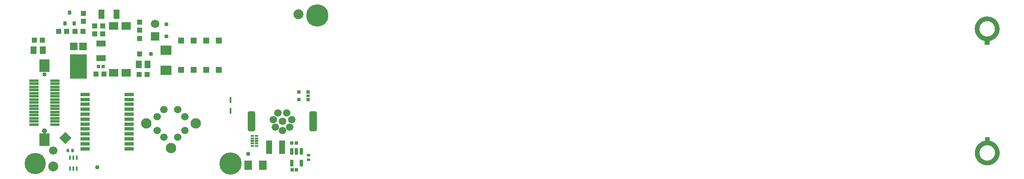
<source format=gbs>
G04*
G04 #@! TF.GenerationSoftware,Altium Limited,Altium Designer,23.3.1 (30)*
G04*
G04 Layer_Color=16711935*
%FSLAX44Y44*%
%MOMM*%
G71*
G04*
G04 #@! TF.SameCoordinates,D194EA9E-320C-42BA-852E-FFA0FE6248A8*
G04*
G04*
G04 #@! TF.FilePolarity,Negative*
G04*
G01*
G75*
%ADD41C,0.8516*%
%ADD46R,0.5516X0.6516*%
%ADD49R,1.1016X1.0016*%
%ADD52R,1.0016X1.1016*%
%ADD53R,1.1516X1.5016*%
%ADD54R,1.9016X1.2516*%
%ADD58C,2.0000*%
%ADD64R,0.7216X0.7216*%
%ADD65R,0.6516X0.5516*%
G04:AMPARAMS|DCode=68|XSize=4.1mm|YSize=1.6mm|CornerRadius=0.425mm|HoleSize=0mm|Usage=FLASHONLY|Rotation=270.000|XOffset=0mm|YOffset=0mm|HoleType=Round|Shape=RoundedRectangle|*
%AMROUNDEDRECTD68*
21,1,4.1000,0.7500,0,0,270.0*
21,1,3.2500,1.6000,0,0,270.0*
1,1,0.8500,-0.3750,-1.6250*
1,1,0.8500,-0.3750,1.6250*
1,1,0.8500,0.3750,1.6250*
1,1,0.8500,0.3750,-1.6250*
%
%ADD68ROUNDEDRECTD68*%
%ADD69C,1.5000*%
%ADD70C,0.8524*%
%ADD71C,1.0524*%
%ADD72P,2.4042X4X270.0*%
%ADD73C,1.7000*%
%ADD74C,2.1000*%
%ADD75C,4.5032*%
%ADD76C,4.3016*%
%ADD77R,1.7000X1.7000*%
%ADD115R,0.4064X1.1684*%
%ADD125R,1.2000X2.7000*%
%ADD135R,0.7520X0.7520*%
%ADD136R,0.7520X0.5520*%
%ADD137R,2.1524X2.6524*%
%ADD138R,1.9524X0.5024*%
%ADD139R,0.6500X0.4000*%
%ADD140R,0.6500X0.5000*%
%ADD141R,0.4516X0.9516*%
%ADD142R,1.5016X1.8516*%
G04:AMPARAMS|DCode=143|XSize=0.6516mm|YSize=0.9016mm|CornerRadius=0.1003mm|HoleSize=0mm|Usage=FLASHONLY|Rotation=0.000|XOffset=0mm|YOffset=0mm|HoleType=Round|Shape=RoundedRectangle|*
%AMROUNDEDRECTD143*
21,1,0.6516,0.7010,0,0,0.0*
21,1,0.4510,0.9016,0,0,0.0*
1,1,0.2006,0.2255,-0.3505*
1,1,0.2006,-0.2255,-0.3505*
1,1,0.2006,-0.2255,0.3505*
1,1,0.2006,0.2255,0.3505*
%
%ADD143ROUNDEDRECTD143*%
%ADD144R,1.2516X1.9016*%
G04:AMPARAMS|DCode=145|XSize=1.3416mm|YSize=0.6516mm|CornerRadius=0.0893mm|HoleSize=0mm|Usage=FLASHONLY|Rotation=270.000|XOffset=0mm|YOffset=0mm|HoleType=Round|Shape=RoundedRectangle|*
%AMROUNDEDRECTD145*
21,1,1.3416,0.4730,0,0,270.0*
21,1,1.1630,0.6516,0,0,270.0*
1,1,0.1786,-0.2365,-0.5815*
1,1,0.1786,-0.2365,0.5815*
1,1,0.1786,0.2365,0.5815*
1,1,0.1786,0.2365,-0.5815*
%
%ADD145ROUNDEDRECTD145*%
%ADD146R,1.9816X0.7416*%
%ADD147R,1.3016X1.3016*%
%ADD148R,1.8816X1.6216*%
%ADD149R,1.4916X1.5016*%
%ADD150R,3.4616X4.9616*%
%ADD151R,1.0516X1.0016*%
%ADD152R,1.2516X1.5516*%
%ADD153R,2.2606X1.8796*%
G36*
X1898430Y19542D02*
Y18773D01*
X1898540D01*
Y17565D01*
X1898649D01*
Y17236D01*
X1898759D01*
Y16357D01*
X1898869D01*
Y16028D01*
X1898979D01*
Y15589D01*
X1899089D01*
Y15040D01*
X1899198D01*
Y14820D01*
X1899308D01*
Y14271D01*
X1899418D01*
Y14051D01*
X1899528D01*
Y13612D01*
X1899638D01*
Y13393D01*
X1899747D01*
Y13063D01*
X1899857D01*
Y12734D01*
X1899967D01*
Y12514D01*
X1900077D01*
Y12185D01*
X1900187D01*
Y11965D01*
X1900297D01*
Y11745D01*
X1900406D01*
Y11416D01*
X1900516D01*
Y11196D01*
X1900626D01*
Y10867D01*
X1900736D01*
Y10757D01*
X1900846D01*
Y10538D01*
X1900956D01*
Y10318D01*
X1901065D01*
Y10098D01*
X1901175D01*
Y9769D01*
X1901285D01*
Y9659D01*
X1901395D01*
Y9439D01*
X1901505D01*
Y9220D01*
X1901614D01*
Y9110D01*
X1901724D01*
Y8890D01*
X1901834D01*
Y8671D01*
X1901944D01*
Y8451D01*
X1902054D01*
Y8341D01*
X1902163D01*
Y8122D01*
X1902273D01*
Y8012D01*
X1902383D01*
Y7902D01*
X1902493D01*
Y7682D01*
X1902603D01*
Y7463D01*
X1902712D01*
Y7353D01*
X1902822D01*
Y7243D01*
X1902932D01*
Y7024D01*
X1903042D01*
Y6914D01*
X1903152D01*
Y6804D01*
X1903261D01*
Y6584D01*
X1903371D01*
Y6475D01*
X1903481D01*
Y6255D01*
X1903591D01*
Y6145D01*
X1903701D01*
Y6035D01*
X1903810D01*
Y5926D01*
X1903920D01*
Y5816D01*
X1904030D01*
Y5596D01*
X1904140D01*
Y5486D01*
X1904250D01*
Y5376D01*
X1904359D01*
Y5267D01*
X1904469D01*
Y5157D01*
X1904579D01*
Y4937D01*
X1904689D01*
Y4827D01*
X1904799D01*
Y4718D01*
X1904909D01*
Y4608D01*
X1905018D01*
Y4498D01*
X1905128D01*
Y4388D01*
X1905238D01*
Y4278D01*
X1905348D01*
Y4169D01*
X1905458D01*
Y4059D01*
X1905567D01*
Y3949D01*
X1905677D01*
Y3839D01*
X1905787D01*
Y3729D01*
X1905897D01*
Y3620D01*
X1906007D01*
Y3510D01*
X1906116D01*
Y3400D01*
X1906226D01*
Y3290D01*
X1906336D01*
Y3180D01*
X1906446D01*
Y3070D01*
X1906556D01*
Y2961D01*
X1906665D01*
Y2851D01*
X1906775D01*
Y2741D01*
X1906995D01*
Y2631D01*
X1907105D01*
Y2521D01*
X1907215D01*
Y2412D01*
X1907324D01*
Y2302D01*
X1907434D01*
Y2192D01*
X1907654D01*
Y2082D01*
X1907764D01*
Y1972D01*
X1907873D01*
Y1863D01*
X1907983D01*
Y1753D01*
X1908203D01*
Y1643D01*
X1908313D01*
Y1533D01*
X1908422D01*
Y1423D01*
X1908642D01*
Y1314D01*
X1908752D01*
Y1204D01*
X1908972D01*
Y1094D01*
X1909081D01*
Y984D01*
X1909191D01*
Y874D01*
X1909411D01*
Y765D01*
X1909521D01*
Y655D01*
X1909740D01*
Y545D01*
X1909960D01*
Y435D01*
X1910070D01*
Y325D01*
X1910289D01*
Y215D01*
X1910399D01*
Y106D01*
X1910728D01*
Y-4D01*
X1910838D01*
Y-114D01*
X1911058D01*
Y-224D01*
X1911277D01*
Y-333D01*
X1911387D01*
Y-443D01*
X1911607D01*
Y-553D01*
X1911826D01*
Y-663D01*
X1912046D01*
Y-773D01*
X1912266D01*
Y-883D01*
X1912485D01*
Y-992D01*
X1912815D01*
Y-1102D01*
X1912925D01*
Y-1212D01*
X1913254D01*
Y-1322D01*
X1913474D01*
Y-1432D01*
X1913693D01*
Y-1541D01*
X1914023D01*
Y-1651D01*
X1914242D01*
Y-1761D01*
X1914572D01*
Y-1871D01*
X1914791D01*
Y-1981D01*
X1915231D01*
Y-2090D01*
X1915560D01*
Y-2200D01*
X1915780D01*
Y-2310D01*
X1916219D01*
Y-2420D01*
X1916548D01*
Y-2530D01*
X1917097D01*
Y-2639D01*
X1917427D01*
Y-2749D01*
X1917866D01*
Y-2859D01*
X1918415D01*
Y-2969D01*
X1918854D01*
Y-3079D01*
X1919843D01*
Y-3189D01*
X1920392D01*
Y-3298D01*
X1921929D01*
Y-3408D01*
X1924784D01*
Y-3298D01*
X1926321D01*
Y-3189D01*
X1926870D01*
Y-3079D01*
X1927859D01*
Y-2969D01*
X1928298D01*
Y-2859D01*
X1928847D01*
Y-2749D01*
X1929396D01*
Y-2639D01*
X1929725D01*
Y-2530D01*
X1930274D01*
Y-2420D01*
X1930494D01*
Y-2310D01*
X1931043D01*
Y-2200D01*
X1931263D01*
Y-2090D01*
X1931482D01*
Y-1981D01*
X1931922D01*
Y-1871D01*
X1932141D01*
Y-1761D01*
X1932580D01*
Y-1651D01*
X1932690D01*
Y-1541D01*
X1933020D01*
Y-1432D01*
X1933349D01*
Y-1322D01*
X1933459D01*
Y-1212D01*
X1933788D01*
Y-1102D01*
X1934008D01*
Y-992D01*
X1934337D01*
Y-883D01*
X1934447D01*
Y-773D01*
X1934667D01*
Y-663D01*
X1934996D01*
Y-553D01*
X1935106D01*
Y-443D01*
X1935435D01*
Y-333D01*
X1935545D01*
Y-224D01*
X1935765D01*
Y-114D01*
X1935984D01*
Y-4D01*
X1936094D01*
Y106D01*
X1936314D01*
Y215D01*
X1936424D01*
Y325D01*
X1936643D01*
Y435D01*
X1936863D01*
Y545D01*
X1936973D01*
Y655D01*
X1937192D01*
Y765D01*
X1937302D01*
Y874D01*
X1937522D01*
Y984D01*
X1937632D01*
Y1094D01*
X1937851D01*
Y1204D01*
X1937961D01*
Y1314D01*
X1938071D01*
Y1423D01*
X1938290D01*
Y1533D01*
X1938400D01*
Y1643D01*
X1938620D01*
Y1753D01*
X1938730D01*
Y1863D01*
X1938839D01*
Y1972D01*
X1939059D01*
Y2192D01*
X1939279D01*
Y2302D01*
X1939388D01*
Y2412D01*
X1939498D01*
Y2521D01*
X1939718D01*
Y2631D01*
X1939828D01*
Y2741D01*
X1939937D01*
Y2851D01*
X1940047D01*
Y2961D01*
X1940157D01*
Y3070D01*
X1940267D01*
Y3180D01*
X1940377D01*
Y3290D01*
X1940596D01*
Y3510D01*
X1940816D01*
Y3620D01*
X1940926D01*
Y3729D01*
X1941036D01*
Y3839D01*
X1941145D01*
Y3949D01*
X1941255D01*
Y4059D01*
X1941365D01*
Y4278D01*
X1941585D01*
Y4498D01*
X1941694D01*
Y4608D01*
X1941804D01*
Y4718D01*
X1941914D01*
Y4827D01*
X1942024D01*
Y4937D01*
X1942134D01*
Y5047D01*
X1942243D01*
Y5157D01*
X1942353D01*
Y5267D01*
X1942463D01*
Y5486D01*
X1942573D01*
Y5596D01*
X1942683D01*
Y5706D01*
X1942793D01*
Y5816D01*
X1942902D01*
Y5926D01*
X1943012D01*
Y6145D01*
X1943122D01*
Y6255D01*
X1943232D01*
Y6365D01*
X1943342D01*
Y6475D01*
X1943451D01*
Y6694D01*
X1943561D01*
Y6804D01*
X1943671D01*
Y6914D01*
X1943781D01*
Y7133D01*
X1943891D01*
Y7243D01*
X1944000D01*
Y7463D01*
X1944110D01*
Y7573D01*
X1944220D01*
Y7792D01*
X1944330D01*
Y7902D01*
X1944440D01*
Y8012D01*
X1944550D01*
Y8341D01*
X1944659D01*
Y8451D01*
X1944769D01*
Y8671D01*
X1944879D01*
Y8781D01*
X1944989D01*
Y9000D01*
X1945099D01*
Y9220D01*
X1945208D01*
Y9330D01*
X1945318D01*
Y9549D01*
X1945428D01*
Y9769D01*
X1945538D01*
Y9988D01*
X1945648D01*
Y10208D01*
X1945757D01*
Y10318D01*
X1945867D01*
Y10647D01*
X1945977D01*
Y10757D01*
X1946087D01*
Y11087D01*
X1946197D01*
Y11306D01*
X1946306D01*
Y11526D01*
X1946416D01*
Y11855D01*
X1946526D01*
Y12075D01*
X1946636D01*
Y12404D01*
X1946746D01*
Y12624D01*
X1946855D01*
Y12953D01*
X1946965D01*
Y13283D01*
X1947075D01*
Y13502D01*
X1947185D01*
Y13942D01*
X1947295D01*
Y14161D01*
X1947404D01*
Y14600D01*
X1947514D01*
Y15040D01*
X1947624D01*
Y15259D01*
X1947734D01*
Y15918D01*
X1947844D01*
Y16248D01*
X1947953D01*
Y17016D01*
X1948063D01*
Y17456D01*
X1948173D01*
Y18114D01*
X1948283D01*
Y19212D01*
X1948393D01*
Y20201D01*
X1948503D01*
Y23166D01*
X1948393D01*
Y24154D01*
X1948283D01*
Y25252D01*
X1948173D01*
Y25911D01*
X1948063D01*
Y26350D01*
X1947953D01*
Y27119D01*
X1947844D01*
Y27448D01*
X1947734D01*
Y27997D01*
X1947624D01*
Y28326D01*
X1947514D01*
Y28656D01*
X1947404D01*
Y29095D01*
X1947295D01*
Y29425D01*
X1947185D01*
Y29864D01*
X1947075D01*
Y30083D01*
X1946965D01*
Y30413D01*
X1946855D01*
Y30742D01*
X1946746D01*
Y30852D01*
X1946636D01*
Y31291D01*
X1946526D01*
Y31511D01*
X1946416D01*
Y31840D01*
X1946306D01*
Y31950D01*
X1946197D01*
Y32170D01*
X1946087D01*
Y32499D01*
X1945977D01*
Y32609D01*
X1945867D01*
Y32938D01*
X1945757D01*
Y33158D01*
X1945648D01*
Y33378D01*
X1945538D01*
Y33597D01*
X1945428D01*
Y33707D01*
X1945318D01*
Y34037D01*
X1945208D01*
Y34146D01*
X1945099D01*
Y34366D01*
X1944989D01*
Y34476D01*
X1944879D01*
Y34695D01*
X1944769D01*
Y34915D01*
X1944659D01*
Y35025D01*
X1944550D01*
Y35245D01*
X1944440D01*
Y35354D01*
X1944330D01*
Y35574D01*
X1944220D01*
Y35684D01*
X1944110D01*
Y35903D01*
X1944000D01*
Y36123D01*
X1943781D01*
Y36343D01*
X1943671D01*
Y36452D01*
X1943561D01*
Y36672D01*
X1943451D01*
Y36782D01*
X1943342D01*
Y36892D01*
X1943232D01*
Y37111D01*
X1943122D01*
Y37221D01*
X1943012D01*
Y37331D01*
X1942902D01*
Y37441D01*
X1942793D01*
Y37660D01*
X1942683D01*
Y37770D01*
X1942573D01*
Y37880D01*
X1942463D01*
Y37990D01*
X1942353D01*
Y38100D01*
X1942243D01*
Y38319D01*
X1942134D01*
Y38429D01*
X1942024D01*
Y38539D01*
X1941914D01*
Y38649D01*
X1941804D01*
Y38758D01*
X1941694D01*
Y38868D01*
X1941585D01*
Y38978D01*
X1941475D01*
Y39088D01*
X1941365D01*
Y39198D01*
X1941255D01*
Y39307D01*
X1941145D01*
Y39417D01*
X1941036D01*
Y39527D01*
X1940926D01*
Y39637D01*
X1940816D01*
Y39747D01*
X1940706D01*
Y39856D01*
X1940596D01*
Y39966D01*
X1940487D01*
Y40076D01*
X1940377D01*
Y40186D01*
X1940267D01*
Y40296D01*
X1940157D01*
Y40406D01*
X1940047D01*
Y40515D01*
X1939828D01*
Y40625D01*
X1939718D01*
Y40735D01*
X1939608D01*
Y40845D01*
X1939498D01*
Y40954D01*
X1939388D01*
Y41064D01*
X1939169D01*
Y41174D01*
X1939059D01*
Y41284D01*
X1938949D01*
Y41394D01*
X1938839D01*
Y41504D01*
X1938730D01*
Y41613D01*
X1938510D01*
Y41723D01*
X1938400D01*
Y41833D01*
X1938181D01*
Y41943D01*
X1938071D01*
Y42053D01*
X1937961D01*
Y42162D01*
X1937741D01*
Y42272D01*
X1937632D01*
Y42382D01*
X1937412D01*
Y42492D01*
X1937302D01*
Y42602D01*
X1937083D01*
Y42712D01*
X1936863D01*
Y42821D01*
X1936753D01*
Y42931D01*
X1936533D01*
Y43041D01*
X1936424D01*
Y43151D01*
X1936204D01*
Y43260D01*
X1935984D01*
Y43370D01*
X1935875D01*
Y43480D01*
X1935655D01*
Y43590D01*
X1935435D01*
Y43700D01*
X1935216D01*
Y43809D01*
X1934996D01*
Y43919D01*
X1934886D01*
Y44029D01*
X1934557D01*
Y44139D01*
X1934447D01*
Y44249D01*
X1934118D01*
Y44359D01*
X1933898D01*
Y44468D01*
X1933678D01*
Y44578D01*
X1933459D01*
Y44688D01*
X1933239D01*
Y44798D01*
X1932910D01*
Y44908D01*
X1932690D01*
Y45017D01*
X1932361D01*
Y45127D01*
X1932031D01*
Y45237D01*
X1931812D01*
Y45347D01*
X1931372D01*
Y45457D01*
X1931153D01*
Y45567D01*
X1930714D01*
Y45676D01*
X1930384D01*
Y45786D01*
X1930055D01*
Y45896D01*
X1929506D01*
Y46006D01*
X1929286D01*
Y46115D01*
X1928517D01*
Y46225D01*
X1928298D01*
Y46335D01*
X1928188D01*
Y53692D01*
X1928078D01*
Y53802D01*
X1918635D01*
Y53692D01*
X1918525D01*
Y53363D01*
X1918635D01*
Y53253D01*
X1918525D01*
Y46774D01*
X1918635D01*
Y46555D01*
X1918525D01*
Y46225D01*
X1918195D01*
Y46115D01*
X1917537D01*
Y46006D01*
X1917207D01*
Y45896D01*
X1916658D01*
Y45786D01*
X1916329D01*
Y45676D01*
X1915999D01*
Y45567D01*
X1915560D01*
Y45457D01*
X1915340D01*
Y45347D01*
X1914901D01*
Y45237D01*
X1914682D01*
Y45127D01*
X1914352D01*
Y45017D01*
X1914133D01*
Y44908D01*
X1913913D01*
Y44798D01*
X1913474D01*
Y44688D01*
X1913364D01*
Y44578D01*
X1913034D01*
Y44468D01*
X1912815D01*
Y44359D01*
X1912595D01*
Y44249D01*
X1912376D01*
Y44139D01*
X1912156D01*
Y44029D01*
X1911936D01*
Y43919D01*
X1911717D01*
Y43809D01*
X1911497D01*
Y43700D01*
X1911277D01*
Y43590D01*
X1911168D01*
Y43480D01*
X1910838D01*
Y43370D01*
X1910728D01*
Y43260D01*
X1910509D01*
Y43151D01*
X1910399D01*
Y43041D01*
X1910179D01*
Y42931D01*
X1909960D01*
Y42821D01*
X1909850D01*
Y42712D01*
X1909630D01*
Y42602D01*
X1909521D01*
Y42492D01*
X1909301D01*
Y42382D01*
X1909191D01*
Y42272D01*
X1908972D01*
Y42162D01*
X1908862D01*
Y42053D01*
X1908752D01*
Y41943D01*
X1908532D01*
Y41833D01*
X1908422D01*
Y41723D01*
X1908313D01*
Y41613D01*
X1908093D01*
Y41504D01*
X1907983D01*
Y41394D01*
X1907764D01*
Y41284D01*
X1907654D01*
Y41174D01*
X1907544D01*
Y41064D01*
X1907434D01*
Y40954D01*
X1907324D01*
Y40845D01*
X1907105D01*
Y40735D01*
X1906995D01*
Y40625D01*
X1906885D01*
Y40515D01*
X1906775D01*
Y40406D01*
X1906665D01*
Y40296D01*
X1906446D01*
Y40076D01*
X1906226D01*
Y39966D01*
X1906116D01*
Y39856D01*
X1906007D01*
Y39747D01*
X1905897D01*
Y39637D01*
X1905787D01*
Y39527D01*
X1905677D01*
Y39417D01*
X1905567D01*
Y39307D01*
X1905458D01*
Y39198D01*
X1905348D01*
Y39088D01*
X1905238D01*
Y38978D01*
X1905128D01*
Y38868D01*
X1905018D01*
Y38758D01*
X1904909D01*
Y38649D01*
X1904799D01*
Y38429D01*
X1904689D01*
Y38319D01*
X1904579D01*
Y38209D01*
X1904469D01*
Y38100D01*
X1904359D01*
Y37990D01*
X1904250D01*
Y37880D01*
X1904140D01*
Y37660D01*
X1904030D01*
Y37550D01*
X1903920D01*
Y37441D01*
X1903810D01*
Y37331D01*
X1903701D01*
Y37221D01*
X1903591D01*
Y37001D01*
X1903481D01*
Y36892D01*
X1903371D01*
Y36782D01*
X1903261D01*
Y36562D01*
X1903152D01*
Y36452D01*
X1903042D01*
Y36233D01*
X1902932D01*
Y36123D01*
X1902822D01*
Y36013D01*
X1902712D01*
Y35793D01*
X1902603D01*
Y35684D01*
X1902493D01*
Y35464D01*
X1902383D01*
Y35354D01*
X1902273D01*
Y35135D01*
X1902163D01*
Y34915D01*
X1902054D01*
Y34805D01*
X1901944D01*
Y34586D01*
X1901834D01*
Y34476D01*
X1901724D01*
Y34256D01*
X1901614D01*
Y34037D01*
X1901505D01*
Y33927D01*
X1901395D01*
Y33597D01*
X1901285D01*
Y33488D01*
X1901175D01*
Y33268D01*
X1901065D01*
Y33048D01*
X1900956D01*
Y32829D01*
X1900846D01*
Y32609D01*
X1900736D01*
Y32389D01*
X1900626D01*
Y32060D01*
X1900516D01*
Y31950D01*
X1900406D01*
Y31621D01*
X1900297D01*
Y31401D01*
X1900187D01*
Y31181D01*
X1900077D01*
Y30742D01*
X1899967D01*
Y30633D01*
X1899857D01*
Y30193D01*
X1899747D01*
Y29974D01*
X1899638D01*
Y29644D01*
X1899528D01*
Y29315D01*
X1899418D01*
Y29095D01*
X1899308D01*
Y28546D01*
X1899198D01*
Y28217D01*
X1899089D01*
Y27668D01*
X1898979D01*
Y27338D01*
X1898869D01*
Y26899D01*
X1898759D01*
Y26130D01*
X1898649D01*
Y25691D01*
X1898540D01*
Y24593D01*
X1898430D01*
Y23824D01*
X1898320D01*
Y19542D01*
X1898430D01*
D02*
G37*
G36*
X1948192Y274912D02*
Y275681D01*
X1948083D01*
Y276889D01*
X1947973D01*
Y277218D01*
X1947863D01*
Y278097D01*
X1947753D01*
Y278426D01*
X1947643D01*
Y278865D01*
X1947534D01*
Y279414D01*
X1947424D01*
Y279634D01*
X1947314D01*
Y280183D01*
X1947204D01*
Y280403D01*
X1947095D01*
Y280842D01*
X1946985D01*
Y281061D01*
X1946875D01*
Y281391D01*
X1946765D01*
Y281720D01*
X1946655D01*
Y281940D01*
X1946545D01*
Y282269D01*
X1946436D01*
Y282489D01*
X1946326D01*
Y282708D01*
X1946216D01*
Y283038D01*
X1946106D01*
Y283258D01*
X1945996D01*
Y283587D01*
X1945887D01*
Y283697D01*
X1945777D01*
Y283916D01*
X1945667D01*
Y284136D01*
X1945557D01*
Y284356D01*
X1945447D01*
Y284685D01*
X1945338D01*
Y284795D01*
X1945228D01*
Y285014D01*
X1945118D01*
Y285234D01*
X1945008D01*
Y285344D01*
X1944898D01*
Y285564D01*
X1944789D01*
Y285783D01*
X1944679D01*
Y286003D01*
X1944569D01*
Y286113D01*
X1944459D01*
Y286332D01*
X1944349D01*
Y286442D01*
X1944239D01*
Y286552D01*
X1944130D01*
Y286771D01*
X1944020D01*
Y286991D01*
X1943910D01*
Y287101D01*
X1943800D01*
Y287211D01*
X1943690D01*
Y287430D01*
X1943581D01*
Y287540D01*
X1943471D01*
Y287650D01*
X1943361D01*
Y287869D01*
X1943251D01*
Y287979D01*
X1943141D01*
Y288199D01*
X1943031D01*
Y288309D01*
X1942922D01*
Y288419D01*
X1942812D01*
Y288528D01*
X1942702D01*
Y288638D01*
X1942592D01*
Y288858D01*
X1942482D01*
Y288968D01*
X1942373D01*
Y289077D01*
X1942263D01*
Y289187D01*
X1942153D01*
Y289297D01*
X1942043D01*
Y289517D01*
X1941933D01*
Y289627D01*
X1941824D01*
Y289736D01*
X1941714D01*
Y289846D01*
X1941604D01*
Y289956D01*
X1941494D01*
Y290066D01*
X1941384D01*
Y290175D01*
X1941275D01*
Y290285D01*
X1941165D01*
Y290395D01*
X1941055D01*
Y290505D01*
X1940945D01*
Y290615D01*
X1940835D01*
Y290725D01*
X1940726D01*
Y290834D01*
X1940616D01*
Y290944D01*
X1940506D01*
Y291054D01*
X1940396D01*
Y291164D01*
X1940286D01*
Y291274D01*
X1940177D01*
Y291383D01*
X1940067D01*
Y291493D01*
X1939957D01*
Y291603D01*
X1939847D01*
Y291713D01*
X1939628D01*
Y291823D01*
X1939518D01*
Y291933D01*
X1939408D01*
Y292042D01*
X1939298D01*
Y292152D01*
X1939188D01*
Y292262D01*
X1938969D01*
Y292372D01*
X1938859D01*
Y292481D01*
X1938749D01*
Y292591D01*
X1938639D01*
Y292701D01*
X1938420D01*
Y292811D01*
X1938310D01*
Y292921D01*
X1938200D01*
Y293031D01*
X1937980D01*
Y293140D01*
X1937870D01*
Y293250D01*
X1937651D01*
Y293360D01*
X1937541D01*
Y293470D01*
X1937431D01*
Y293580D01*
X1937212D01*
Y293689D01*
X1937102D01*
Y293799D01*
X1936882D01*
Y293909D01*
X1936663D01*
Y294019D01*
X1936553D01*
Y294129D01*
X1936333D01*
Y294238D01*
X1936223D01*
Y294348D01*
X1935894D01*
Y294458D01*
X1935784D01*
Y294568D01*
X1935565D01*
Y294678D01*
X1935345D01*
Y294788D01*
X1935235D01*
Y294897D01*
X1935016D01*
Y295007D01*
X1934796D01*
Y295117D01*
X1934576D01*
Y295227D01*
X1934357D01*
Y295336D01*
X1934137D01*
Y295446D01*
X1933808D01*
Y295556D01*
X1933698D01*
Y295666D01*
X1933368D01*
Y295776D01*
X1933149D01*
Y295886D01*
X1932929D01*
Y295995D01*
X1932600D01*
Y296105D01*
X1932380D01*
Y296215D01*
X1932051D01*
Y296325D01*
X1931831D01*
Y296435D01*
X1931392D01*
Y296544D01*
X1931062D01*
Y296654D01*
X1930843D01*
Y296764D01*
X1930403D01*
Y296874D01*
X1930074D01*
Y296984D01*
X1929525D01*
Y297094D01*
X1929196D01*
Y297203D01*
X1928756D01*
Y297313D01*
X1928207D01*
Y297423D01*
X1927768D01*
Y297533D01*
X1926780D01*
Y297642D01*
X1926231D01*
Y297752D01*
X1924693D01*
Y297862D01*
X1921838D01*
Y297752D01*
X1920301D01*
Y297642D01*
X1919752D01*
Y297533D01*
X1918764D01*
Y297423D01*
X1918325D01*
Y297313D01*
X1917776D01*
Y297203D01*
X1917227D01*
Y297094D01*
X1916897D01*
Y296984D01*
X1916348D01*
Y296874D01*
X1916128D01*
Y296764D01*
X1915579D01*
Y296654D01*
X1915360D01*
Y296544D01*
X1915140D01*
Y296435D01*
X1914701D01*
Y296325D01*
X1914481D01*
Y296215D01*
X1914042D01*
Y296105D01*
X1913932D01*
Y295995D01*
X1913603D01*
Y295886D01*
X1913273D01*
Y295776D01*
X1913164D01*
Y295666D01*
X1912834D01*
Y295556D01*
X1912614D01*
Y295446D01*
X1912285D01*
Y295336D01*
X1912175D01*
Y295227D01*
X1911956D01*
Y295117D01*
X1911626D01*
Y295007D01*
X1911516D01*
Y294897D01*
X1911187D01*
Y294788D01*
X1911077D01*
Y294678D01*
X1910858D01*
Y294568D01*
X1910638D01*
Y294458D01*
X1910528D01*
Y294348D01*
X1910309D01*
Y294238D01*
X1910199D01*
Y294129D01*
X1909979D01*
Y294019D01*
X1909760D01*
Y293909D01*
X1909650D01*
Y293799D01*
X1909430D01*
Y293689D01*
X1909320D01*
Y293580D01*
X1909101D01*
Y293470D01*
X1908991D01*
Y293360D01*
X1908771D01*
Y293250D01*
X1908661D01*
Y293140D01*
X1908552D01*
Y293031D01*
X1908332D01*
Y292921D01*
X1908222D01*
Y292811D01*
X1908003D01*
Y292701D01*
X1907893D01*
Y292591D01*
X1907783D01*
Y292481D01*
X1907563D01*
Y292262D01*
X1907344D01*
Y292152D01*
X1907234D01*
Y292042D01*
X1907124D01*
Y291933D01*
X1906904D01*
Y291823D01*
X1906795D01*
Y291713D01*
X1906685D01*
Y291603D01*
X1906575D01*
Y291493D01*
X1906465D01*
Y291383D01*
X1906355D01*
Y291274D01*
X1906246D01*
Y291164D01*
X1906026D01*
Y290944D01*
X1905806D01*
Y290834D01*
X1905697D01*
Y290725D01*
X1905587D01*
Y290615D01*
X1905477D01*
Y290505D01*
X1905367D01*
Y290395D01*
X1905257D01*
Y290175D01*
X1905038D01*
Y289956D01*
X1904928D01*
Y289846D01*
X1904818D01*
Y289736D01*
X1904708D01*
Y289627D01*
X1904599D01*
Y289517D01*
X1904489D01*
Y289407D01*
X1904379D01*
Y289297D01*
X1904269D01*
Y289187D01*
X1904159D01*
Y288968D01*
X1904050D01*
Y288858D01*
X1903940D01*
Y288748D01*
X1903830D01*
Y288638D01*
X1903720D01*
Y288528D01*
X1903610D01*
Y288309D01*
X1903500D01*
Y288199D01*
X1903391D01*
Y288089D01*
X1903281D01*
Y287979D01*
X1903171D01*
Y287760D01*
X1903061D01*
Y287650D01*
X1902951D01*
Y287540D01*
X1902842D01*
Y287320D01*
X1902732D01*
Y287211D01*
X1902622D01*
Y286991D01*
X1902512D01*
Y286881D01*
X1902402D01*
Y286662D01*
X1902292D01*
Y286552D01*
X1902183D01*
Y286442D01*
X1902073D01*
Y286113D01*
X1901963D01*
Y286003D01*
X1901853D01*
Y285783D01*
X1901743D01*
Y285673D01*
X1901634D01*
Y285454D01*
X1901524D01*
Y285234D01*
X1901414D01*
Y285124D01*
X1901304D01*
Y284905D01*
X1901194D01*
Y284685D01*
X1901085D01*
Y284465D01*
X1900975D01*
Y284246D01*
X1900865D01*
Y284136D01*
X1900755D01*
Y283807D01*
X1900645D01*
Y283697D01*
X1900536D01*
Y283367D01*
X1900426D01*
Y283148D01*
X1900316D01*
Y282928D01*
X1900206D01*
Y282599D01*
X1900096D01*
Y282379D01*
X1899987D01*
Y282050D01*
X1899877D01*
Y281830D01*
X1899767D01*
Y281501D01*
X1899657D01*
Y281171D01*
X1899547D01*
Y280952D01*
X1899438D01*
Y280512D01*
X1899328D01*
Y280293D01*
X1899218D01*
Y279853D01*
X1899108D01*
Y279414D01*
X1898998D01*
Y279195D01*
X1898889D01*
Y278536D01*
X1898779D01*
Y278206D01*
X1898669D01*
Y277438D01*
X1898559D01*
Y276999D01*
X1898449D01*
Y276340D01*
X1898339D01*
Y275242D01*
X1898230D01*
Y274253D01*
X1898120D01*
Y271288D01*
X1898230D01*
Y270300D01*
X1898339D01*
Y269202D01*
X1898449D01*
Y268543D01*
X1898559D01*
Y268104D01*
X1898669D01*
Y267335D01*
X1898779D01*
Y267006D01*
X1898889D01*
Y266457D01*
X1898998D01*
Y266127D01*
X1899108D01*
Y265798D01*
X1899218D01*
Y265359D01*
X1899328D01*
Y265029D01*
X1899438D01*
Y264590D01*
X1899547D01*
Y264370D01*
X1899657D01*
Y264041D01*
X1899767D01*
Y263712D01*
X1899877D01*
Y263602D01*
X1899987D01*
Y263163D01*
X1900096D01*
Y262943D01*
X1900206D01*
Y262614D01*
X1900316D01*
Y262504D01*
X1900426D01*
Y262284D01*
X1900536D01*
Y261955D01*
X1900645D01*
Y261845D01*
X1900755D01*
Y261516D01*
X1900865D01*
Y261296D01*
X1900975D01*
Y261076D01*
X1901085D01*
Y260857D01*
X1901194D01*
Y260747D01*
X1901304D01*
Y260417D01*
X1901414D01*
Y260308D01*
X1901524D01*
Y260088D01*
X1901634D01*
Y259978D01*
X1901743D01*
Y259758D01*
X1901853D01*
Y259539D01*
X1901963D01*
Y259429D01*
X1902073D01*
Y259209D01*
X1902183D01*
Y259100D01*
X1902292D01*
Y258880D01*
X1902402D01*
Y258770D01*
X1902512D01*
Y258551D01*
X1902622D01*
Y258331D01*
X1902842D01*
Y258111D01*
X1902951D01*
Y258002D01*
X1903061D01*
Y257782D01*
X1903171D01*
Y257672D01*
X1903281D01*
Y257562D01*
X1903391D01*
Y257343D01*
X1903500D01*
Y257233D01*
X1903610D01*
Y257123D01*
X1903720D01*
Y257013D01*
X1903830D01*
Y256794D01*
X1903940D01*
Y256684D01*
X1904050D01*
Y256574D01*
X1904159D01*
Y256464D01*
X1904269D01*
Y256355D01*
X1904379D01*
Y256135D01*
X1904489D01*
Y256025D01*
X1904599D01*
Y255915D01*
X1904708D01*
Y255805D01*
X1904818D01*
Y255696D01*
X1904928D01*
Y255586D01*
X1905038D01*
Y255476D01*
X1905148D01*
Y255366D01*
X1905257D01*
Y255256D01*
X1905367D01*
Y255147D01*
X1905477D01*
Y255037D01*
X1905587D01*
Y254927D01*
X1905697D01*
Y254817D01*
X1905806D01*
Y254707D01*
X1905916D01*
Y254597D01*
X1906026D01*
Y254488D01*
X1906136D01*
Y254378D01*
X1906246D01*
Y254268D01*
X1906355D01*
Y254158D01*
X1906465D01*
Y254049D01*
X1906575D01*
Y253939D01*
X1906795D01*
Y253829D01*
X1906904D01*
Y253719D01*
X1907014D01*
Y253609D01*
X1907124D01*
Y253499D01*
X1907234D01*
Y253390D01*
X1907453D01*
Y253280D01*
X1907563D01*
Y253170D01*
X1907673D01*
Y253060D01*
X1907783D01*
Y252950D01*
X1907893D01*
Y252841D01*
X1908112D01*
Y252731D01*
X1908222D01*
Y252621D01*
X1908442D01*
Y252511D01*
X1908552D01*
Y252401D01*
X1908661D01*
Y252292D01*
X1908881D01*
Y252182D01*
X1908991D01*
Y252072D01*
X1909211D01*
Y251962D01*
X1909320D01*
Y251852D01*
X1909540D01*
Y251742D01*
X1909760D01*
Y251633D01*
X1909869D01*
Y251523D01*
X1910089D01*
Y251413D01*
X1910199D01*
Y251303D01*
X1910418D01*
Y251194D01*
X1910638D01*
Y251084D01*
X1910748D01*
Y250974D01*
X1910967D01*
Y250864D01*
X1911187D01*
Y250754D01*
X1911407D01*
Y250644D01*
X1911626D01*
Y250535D01*
X1911736D01*
Y250425D01*
X1912065D01*
Y250315D01*
X1912175D01*
Y250205D01*
X1912505D01*
Y250095D01*
X1912724D01*
Y249986D01*
X1912944D01*
Y249876D01*
X1913164D01*
Y249766D01*
X1913383D01*
Y249656D01*
X1913713D01*
Y249546D01*
X1913932D01*
Y249436D01*
X1914262D01*
Y249327D01*
X1914591D01*
Y249217D01*
X1914811D01*
Y249107D01*
X1915250D01*
Y248997D01*
X1915470D01*
Y248888D01*
X1915909D01*
Y248778D01*
X1916238D01*
Y248668D01*
X1916568D01*
Y248558D01*
X1917117D01*
Y248448D01*
X1917336D01*
Y248338D01*
X1918105D01*
Y248229D01*
X1918325D01*
Y248119D01*
X1918434D01*
Y240762D01*
X1918544D01*
Y240652D01*
X1927988D01*
Y240762D01*
X1928098D01*
Y241091D01*
X1927988D01*
Y241201D01*
X1928098D01*
Y247680D01*
X1927988D01*
Y247899D01*
X1928098D01*
Y248229D01*
X1928427D01*
Y248338D01*
X1929086D01*
Y248448D01*
X1929415D01*
Y248558D01*
X1929964D01*
Y248668D01*
X1930294D01*
Y248778D01*
X1930623D01*
Y248888D01*
X1931062D01*
Y248997D01*
X1931282D01*
Y249107D01*
X1931721D01*
Y249217D01*
X1931941D01*
Y249327D01*
X1932270D01*
Y249436D01*
X1932490D01*
Y249546D01*
X1932710D01*
Y249656D01*
X1933149D01*
Y249766D01*
X1933259D01*
Y249876D01*
X1933588D01*
Y249986D01*
X1933808D01*
Y250095D01*
X1934027D01*
Y250205D01*
X1934247D01*
Y250315D01*
X1934467D01*
Y250425D01*
X1934686D01*
Y250535D01*
X1934906D01*
Y250644D01*
X1935125D01*
Y250754D01*
X1935345D01*
Y250864D01*
X1935455D01*
Y250974D01*
X1935784D01*
Y251084D01*
X1935894D01*
Y251194D01*
X1936114D01*
Y251303D01*
X1936223D01*
Y251413D01*
X1936443D01*
Y251523D01*
X1936663D01*
Y251633D01*
X1936772D01*
Y251742D01*
X1936992D01*
Y251852D01*
X1937102D01*
Y251962D01*
X1937321D01*
Y252072D01*
X1937431D01*
Y252182D01*
X1937651D01*
Y252292D01*
X1937761D01*
Y252401D01*
X1937870D01*
Y252511D01*
X1938090D01*
Y252621D01*
X1938200D01*
Y252731D01*
X1938310D01*
Y252841D01*
X1938529D01*
Y252950D01*
X1938639D01*
Y253060D01*
X1938859D01*
Y253170D01*
X1938969D01*
Y253280D01*
X1939078D01*
Y253390D01*
X1939188D01*
Y253499D01*
X1939298D01*
Y253609D01*
X1939518D01*
Y253719D01*
X1939628D01*
Y253829D01*
X1939737D01*
Y253939D01*
X1939847D01*
Y254049D01*
X1939957D01*
Y254158D01*
X1940177D01*
Y254378D01*
X1940396D01*
Y254488D01*
X1940506D01*
Y254597D01*
X1940616D01*
Y254707D01*
X1940726D01*
Y254817D01*
X1940835D01*
Y254927D01*
X1940945D01*
Y255037D01*
X1941055D01*
Y255147D01*
X1941165D01*
Y255256D01*
X1941275D01*
Y255366D01*
X1941384D01*
Y255476D01*
X1941494D01*
Y255586D01*
X1941604D01*
Y255696D01*
X1941714D01*
Y255805D01*
X1941824D01*
Y256025D01*
X1941933D01*
Y256135D01*
X1942043D01*
Y256245D01*
X1942153D01*
Y256355D01*
X1942263D01*
Y256464D01*
X1942373D01*
Y256574D01*
X1942482D01*
Y256794D01*
X1942592D01*
Y256903D01*
X1942702D01*
Y257013D01*
X1942812D01*
Y257123D01*
X1942922D01*
Y257233D01*
X1943031D01*
Y257453D01*
X1943141D01*
Y257562D01*
X1943251D01*
Y257672D01*
X1943361D01*
Y257892D01*
X1943471D01*
Y258002D01*
X1943581D01*
Y258221D01*
X1943690D01*
Y258331D01*
X1943800D01*
Y258441D01*
X1943910D01*
Y258660D01*
X1944020D01*
Y258770D01*
X1944130D01*
Y258990D01*
X1944239D01*
Y259100D01*
X1944349D01*
Y259319D01*
X1944459D01*
Y259539D01*
X1944569D01*
Y259649D01*
X1944679D01*
Y259868D01*
X1944789D01*
Y259978D01*
X1944898D01*
Y260198D01*
X1945008D01*
Y260417D01*
X1945118D01*
Y260527D01*
X1945228D01*
Y260857D01*
X1945338D01*
Y260966D01*
X1945447D01*
Y261186D01*
X1945557D01*
Y261406D01*
X1945667D01*
Y261625D01*
X1945777D01*
Y261845D01*
X1945887D01*
Y262064D01*
X1945996D01*
Y262394D01*
X1946106D01*
Y262504D01*
X1946216D01*
Y262833D01*
X1946326D01*
Y263053D01*
X1946436D01*
Y263272D01*
X1946545D01*
Y263712D01*
X1946655D01*
Y263821D01*
X1946765D01*
Y264261D01*
X1946875D01*
Y264480D01*
X1946985D01*
Y264810D01*
X1947095D01*
Y265139D01*
X1947204D01*
Y265359D01*
X1947314D01*
Y265908D01*
X1947424D01*
Y266237D01*
X1947534D01*
Y266786D01*
X1947643D01*
Y267116D01*
X1947753D01*
Y267555D01*
X1947863D01*
Y268324D01*
X1947973D01*
Y268763D01*
X1948083D01*
Y269861D01*
X1948192D01*
Y270630D01*
X1948302D01*
Y274912D01*
X1948192D01*
D02*
G37*
%LPC*%
G36*
X1907873Y20201D02*
Y23166D01*
X1907983D01*
Y24264D01*
X1908093D01*
Y24593D01*
X1908203D01*
Y25362D01*
X1908313D01*
Y25581D01*
X1908422D01*
Y26130D01*
X1908532D01*
Y26460D01*
X1908642D01*
Y26679D01*
X1908752D01*
Y27119D01*
X1908862D01*
Y27228D01*
X1908972D01*
Y27668D01*
X1909081D01*
Y27887D01*
X1909191D01*
Y28107D01*
X1909301D01*
Y28326D01*
X1909411D01*
Y28546D01*
X1909521D01*
Y28766D01*
X1909630D01*
Y28985D01*
X1909740D01*
Y29205D01*
X1909850D01*
Y29425D01*
X1909960D01*
Y29534D01*
X1910070D01*
Y29754D01*
X1910179D01*
Y29864D01*
X1910289D01*
Y30083D01*
X1910399D01*
Y30303D01*
X1910509D01*
Y30413D01*
X1910619D01*
Y30633D01*
X1910728D01*
Y30742D01*
X1910838D01*
Y30852D01*
X1910948D01*
Y30962D01*
X1911058D01*
Y31181D01*
X1911168D01*
Y31291D01*
X1911277D01*
Y31401D01*
X1911387D01*
Y31621D01*
X1911497D01*
Y31731D01*
X1911607D01*
Y31840D01*
X1911717D01*
Y31950D01*
X1911826D01*
Y32060D01*
X1911936D01*
Y32170D01*
X1912046D01*
Y32280D01*
X1912156D01*
Y32389D01*
X1912266D01*
Y32499D01*
X1912376D01*
Y32609D01*
X1912485D01*
Y32719D01*
X1912595D01*
Y32829D01*
X1912705D01*
Y32938D01*
X1912815D01*
Y33048D01*
X1912925D01*
Y33158D01*
X1913034D01*
Y33268D01*
X1913144D01*
Y33378D01*
X1913254D01*
Y33488D01*
X1913364D01*
Y33597D01*
X1913583D01*
Y33707D01*
X1913693D01*
Y33817D01*
X1913803D01*
Y33927D01*
X1913913D01*
Y34037D01*
X1914133D01*
Y34146D01*
X1914242D01*
Y34256D01*
X1914352D01*
Y34366D01*
X1914572D01*
Y34476D01*
X1914682D01*
Y34586D01*
X1914901D01*
Y34695D01*
X1915011D01*
Y34805D01*
X1915231D01*
Y34915D01*
X1915450D01*
Y35025D01*
X1915560D01*
Y35135D01*
X1915780D01*
Y35245D01*
X1915999D01*
Y35354D01*
X1916219D01*
Y35464D01*
X1916438D01*
Y35574D01*
X1916548D01*
Y35684D01*
X1916878D01*
Y35793D01*
X1916987D01*
Y35903D01*
X1917427D01*
Y36013D01*
X1917537D01*
Y36123D01*
X1917866D01*
Y36233D01*
X1918195D01*
Y36343D01*
X1918415D01*
Y36452D01*
X1918964D01*
Y36562D01*
X1919184D01*
Y36672D01*
X1919733D01*
Y36782D01*
X1920062D01*
Y36892D01*
X1920611D01*
Y37001D01*
X1921490D01*
Y37111D01*
X1922258D01*
Y37221D01*
X1924454D01*
Y37111D01*
X1925223D01*
Y37001D01*
X1926211D01*
Y36892D01*
X1926651D01*
Y36782D01*
X1927090D01*
Y36672D01*
X1927639D01*
Y36562D01*
X1927859D01*
Y36452D01*
X1928298D01*
Y36343D01*
X1928517D01*
Y36233D01*
X1928847D01*
Y36123D01*
X1929176D01*
Y36013D01*
X1929396D01*
Y35903D01*
X1929725D01*
Y35793D01*
X1929835D01*
Y35684D01*
X1930164D01*
Y35574D01*
X1930384D01*
Y35464D01*
X1930604D01*
Y35354D01*
X1930823D01*
Y35245D01*
X1930933D01*
Y35135D01*
X1931153D01*
Y35025D01*
X1931372D01*
Y34915D01*
X1931592D01*
Y34805D01*
X1931702D01*
Y34695D01*
X1931812D01*
Y34586D01*
X1932031D01*
Y34476D01*
X1932141D01*
Y34366D01*
X1932361D01*
Y34256D01*
X1932471D01*
Y34146D01*
X1932690D01*
Y34037D01*
X1932800D01*
Y33927D01*
X1932910D01*
Y33817D01*
X1933129D01*
Y33707D01*
X1933239D01*
Y33597D01*
X1933349D01*
Y33488D01*
X1933459D01*
Y33378D01*
X1933569D01*
Y33268D01*
X1933788D01*
Y33158D01*
X1933898D01*
Y33048D01*
X1934008D01*
Y32938D01*
X1934118D01*
Y32829D01*
X1934227D01*
Y32719D01*
X1934337D01*
Y32609D01*
X1934447D01*
Y32499D01*
X1934557D01*
Y32389D01*
X1934667D01*
Y32280D01*
X1934776D01*
Y32170D01*
X1934886D01*
Y31950D01*
X1935106D01*
Y31731D01*
X1935216D01*
Y31621D01*
X1935325D01*
Y31511D01*
X1935435D01*
Y31401D01*
X1935545D01*
Y31291D01*
X1935655D01*
Y31072D01*
X1935765D01*
Y30962D01*
X1935875D01*
Y30742D01*
X1935984D01*
Y30633D01*
X1936094D01*
Y30523D01*
X1936204D01*
Y30303D01*
X1936314D01*
Y30193D01*
X1936424D01*
Y29974D01*
X1936533D01*
Y29864D01*
X1936643D01*
Y29644D01*
X1936753D01*
Y29425D01*
X1936863D01*
Y29315D01*
X1936973D01*
Y28985D01*
X1937083D01*
Y28876D01*
X1937192D01*
Y28656D01*
X1937302D01*
Y28436D01*
X1937412D01*
Y28217D01*
X1937522D01*
Y27887D01*
X1937632D01*
Y27778D01*
X1937741D01*
Y27338D01*
X1937851D01*
Y27119D01*
X1937961D01*
Y26899D01*
X1938071D01*
Y26570D01*
X1938181D01*
Y26350D01*
X1938290D01*
Y25801D01*
X1938400D01*
Y25471D01*
X1938510D01*
Y24922D01*
X1938620D01*
Y24373D01*
X1938730D01*
Y23934D01*
X1938839D01*
Y22067D01*
X1938949D01*
Y21299D01*
X1938839D01*
Y19432D01*
X1938730D01*
Y18993D01*
X1938620D01*
Y18444D01*
X1938510D01*
Y17785D01*
X1938400D01*
Y17565D01*
X1938290D01*
Y17016D01*
X1938181D01*
Y16797D01*
X1938071D01*
Y16467D01*
X1937961D01*
Y16138D01*
X1937851D01*
Y15918D01*
X1937741D01*
Y15589D01*
X1937632D01*
Y15369D01*
X1937522D01*
Y15040D01*
X1937412D01*
Y14930D01*
X1937302D01*
Y14710D01*
X1937192D01*
Y14491D01*
X1937083D01*
Y14271D01*
X1936973D01*
Y14051D01*
X1936863D01*
Y13942D01*
X1936753D01*
Y13612D01*
X1936643D01*
Y13502D01*
X1936533D01*
Y13393D01*
X1936424D01*
Y13173D01*
X1936314D01*
Y13063D01*
X1936204D01*
Y12844D01*
X1936094D01*
Y12734D01*
X1935984D01*
Y12514D01*
X1935875D01*
Y12404D01*
X1935765D01*
Y12294D01*
X1935655D01*
Y12075D01*
X1935545D01*
Y11965D01*
X1935435D01*
Y11855D01*
X1935325D01*
Y11636D01*
X1935216D01*
Y11526D01*
X1935106D01*
Y11416D01*
X1934996D01*
Y11306D01*
X1934886D01*
Y11196D01*
X1934776D01*
Y11087D01*
X1934667D01*
Y10977D01*
X1934557D01*
Y10867D01*
X1934447D01*
Y10757D01*
X1934337D01*
Y10647D01*
X1934227D01*
Y10538D01*
X1934118D01*
Y10428D01*
X1934008D01*
Y10318D01*
X1933898D01*
Y10208D01*
X1933788D01*
Y10098D01*
X1933678D01*
Y9988D01*
X1933569D01*
Y9879D01*
X1933459D01*
Y9769D01*
X1933239D01*
Y9659D01*
X1933129D01*
Y9549D01*
X1933020D01*
Y9439D01*
X1932800D01*
Y9330D01*
X1932690D01*
Y9220D01*
X1932580D01*
Y9110D01*
X1932471D01*
Y9000D01*
X1932251D01*
Y8890D01*
X1932141D01*
Y8781D01*
X1931922D01*
Y8671D01*
X1931702D01*
Y8561D01*
X1931592D01*
Y8451D01*
X1931372D01*
Y8341D01*
X1931263D01*
Y8232D01*
X1931043D01*
Y8122D01*
X1930823D01*
Y8012D01*
X1930714D01*
Y7902D01*
X1930384D01*
Y7792D01*
X1930274D01*
Y7682D01*
X1929945D01*
Y7573D01*
X1929725D01*
Y7463D01*
X1929506D01*
Y7353D01*
X1929286D01*
Y7243D01*
X1929066D01*
Y7133D01*
X1928627D01*
Y7024D01*
X1928408D01*
Y6914D01*
X1927968D01*
Y6804D01*
X1927639D01*
Y6694D01*
X1927419D01*
Y6584D01*
X1926761D01*
Y6475D01*
X1926431D01*
Y6365D01*
X1925553D01*
Y6255D01*
X1924894D01*
Y6145D01*
X1921819D01*
Y6255D01*
X1921160D01*
Y6365D01*
X1920282D01*
Y6475D01*
X1919952D01*
Y6584D01*
X1919403D01*
Y6694D01*
X1919074D01*
Y6804D01*
X1918744D01*
Y6914D01*
X1918305D01*
Y7024D01*
X1918086D01*
Y7133D01*
X1917756D01*
Y7243D01*
X1917537D01*
Y7353D01*
X1917207D01*
Y7463D01*
X1916987D01*
Y7573D01*
X1916768D01*
Y7682D01*
X1916438D01*
Y7792D01*
X1916329D01*
Y7902D01*
X1916109D01*
Y8012D01*
X1915999D01*
X1915889D01*
Y8122D01*
X1915670D01*
Y8232D01*
X1915450D01*
Y8341D01*
X1915340D01*
Y8451D01*
X1915121D01*
Y8561D01*
X1915011D01*
Y8671D01*
X1914791D01*
Y8781D01*
X1914682D01*
Y8890D01*
X1914462D01*
Y9000D01*
X1914352D01*
Y9110D01*
X1914242D01*
Y9220D01*
X1914023D01*
Y9330D01*
X1913913D01*
Y9439D01*
X1913803D01*
Y9549D01*
X1913583D01*
Y9659D01*
X1913474D01*
Y9769D01*
X1913364D01*
Y9879D01*
X1913254D01*
Y9988D01*
X1913144D01*
Y10098D01*
X1912925D01*
Y10208D01*
X1912815D01*
Y10318D01*
X1912705D01*
Y10428D01*
X1912595D01*
Y10538D01*
X1912485D01*
Y10647D01*
X1912376D01*
Y10757D01*
X1912266D01*
Y10867D01*
X1912156D01*
Y10977D01*
X1912046D01*
Y11087D01*
X1911936D01*
Y11196D01*
X1911826D01*
Y11416D01*
X1911717D01*
Y11526D01*
X1911607D01*
Y11636D01*
X1911497D01*
Y11745D01*
X1911387D01*
Y11855D01*
X1911277D01*
Y11965D01*
X1911168D01*
Y12185D01*
X1911058D01*
Y12294D01*
X1910948D01*
Y12404D01*
X1910838D01*
Y12624D01*
X1910728D01*
Y12734D01*
X1910619D01*
Y12953D01*
X1910509D01*
Y13063D01*
X1910399D01*
Y13173D01*
X1910289D01*
Y13393D01*
X1910179D01*
Y13502D01*
X1910070D01*
Y13832D01*
X1909960D01*
Y13942D01*
X1909850D01*
Y14161D01*
X1909740D01*
Y14381D01*
X1909630D01*
Y14491D01*
X1909521D01*
Y14820D01*
X1909411D01*
Y14930D01*
X1909301D01*
Y15259D01*
X1909191D01*
Y15479D01*
X1909081D01*
Y15698D01*
X1908972D01*
Y16028D01*
X1908862D01*
Y16248D01*
X1908752D01*
Y16687D01*
X1908642D01*
Y16906D01*
X1908532D01*
Y17236D01*
X1908422D01*
Y17675D01*
X1908313D01*
Y18004D01*
X1908203D01*
Y18663D01*
X1908093D01*
Y19103D01*
X1907983D01*
Y20201D01*
X1907873D01*
D02*
G37*
G36*
X1938749Y274253D02*
Y271288D01*
X1938639D01*
Y270190D01*
X1938529D01*
Y269861D01*
X1938420D01*
Y269092D01*
X1938310D01*
Y268873D01*
X1938200D01*
Y268324D01*
X1938090D01*
Y267994D01*
X1937980D01*
Y267775D01*
X1937870D01*
Y267335D01*
X1937761D01*
Y267225D01*
X1937651D01*
Y266786D01*
X1937541D01*
Y266567D01*
X1937431D01*
Y266347D01*
X1937321D01*
Y266127D01*
X1937212D01*
Y265908D01*
X1937102D01*
Y265688D01*
X1936992D01*
Y265469D01*
X1936882D01*
Y265249D01*
X1936772D01*
Y265029D01*
X1936663D01*
Y264919D01*
X1936553D01*
Y264700D01*
X1936443D01*
Y264590D01*
X1936333D01*
Y264370D01*
X1936223D01*
Y264151D01*
X1936114D01*
Y264041D01*
X1936004D01*
Y263821D01*
X1935894D01*
Y263712D01*
X1935784D01*
Y263602D01*
X1935674D01*
Y263492D01*
X1935565D01*
Y263272D01*
X1935455D01*
Y263163D01*
X1935345D01*
Y263053D01*
X1935235D01*
Y262833D01*
X1935125D01*
Y262723D01*
X1935016D01*
Y262614D01*
X1934906D01*
Y262504D01*
X1934796D01*
Y262394D01*
X1934686D01*
Y262284D01*
X1934576D01*
Y262174D01*
X1934467D01*
Y262064D01*
X1934357D01*
Y261955D01*
X1934247D01*
Y261845D01*
X1934137D01*
Y261735D01*
X1934027D01*
Y261625D01*
X1933917D01*
Y261516D01*
X1933808D01*
Y261406D01*
X1933698D01*
Y261296D01*
X1933588D01*
Y261186D01*
X1933478D01*
Y261076D01*
X1933368D01*
Y260966D01*
X1933259D01*
Y260857D01*
X1933039D01*
Y260747D01*
X1932929D01*
Y260637D01*
X1932819D01*
Y260527D01*
X1932710D01*
Y260417D01*
X1932490D01*
Y260308D01*
X1932380D01*
Y260198D01*
X1932270D01*
Y260088D01*
X1932051D01*
Y259978D01*
X1931941D01*
Y259868D01*
X1931721D01*
Y259758D01*
X1931611D01*
Y259649D01*
X1931392D01*
Y259539D01*
X1931172D01*
Y259429D01*
X1931062D01*
Y259319D01*
X1930843D01*
Y259209D01*
X1930623D01*
Y259100D01*
X1930403D01*
Y258990D01*
X1930184D01*
Y258880D01*
X1930074D01*
Y258770D01*
X1929745D01*
Y258660D01*
X1929635D01*
Y258551D01*
X1929196D01*
Y258441D01*
X1929086D01*
Y258331D01*
X1928756D01*
Y258221D01*
X1928427D01*
Y258111D01*
X1928207D01*
Y258002D01*
X1927658D01*
Y257892D01*
X1927439D01*
Y257782D01*
X1926890D01*
Y257672D01*
X1926560D01*
Y257562D01*
X1926011D01*
Y257453D01*
X1925133D01*
Y257343D01*
X1924364D01*
Y257233D01*
X1922168D01*
Y257343D01*
X1921399D01*
Y257453D01*
X1920411D01*
Y257562D01*
X1919972D01*
Y257672D01*
X1919532D01*
Y257782D01*
X1918983D01*
Y257892D01*
X1918764D01*
Y258002D01*
X1918325D01*
Y258111D01*
X1918105D01*
Y258221D01*
X1917776D01*
Y258331D01*
X1917446D01*
Y258441D01*
X1917227D01*
Y258551D01*
X1916897D01*
Y258660D01*
X1916787D01*
Y258770D01*
X1916458D01*
Y258880D01*
X1916238D01*
Y258990D01*
X1916019D01*
Y259100D01*
X1915799D01*
Y259209D01*
X1915689D01*
Y259319D01*
X1915470D01*
Y259429D01*
X1915250D01*
Y259539D01*
X1915030D01*
Y259649D01*
X1914921D01*
Y259758D01*
X1914811D01*
Y259868D01*
X1914591D01*
Y259978D01*
X1914481D01*
Y260088D01*
X1914262D01*
Y260198D01*
X1914152D01*
Y260308D01*
X1913932D01*
Y260417D01*
X1913822D01*
Y260527D01*
X1913713D01*
Y260637D01*
X1913493D01*
Y260747D01*
X1913383D01*
Y260857D01*
X1913273D01*
Y260966D01*
X1913164D01*
Y261076D01*
X1913054D01*
Y261186D01*
X1912834D01*
Y261296D01*
X1912724D01*
Y261406D01*
X1912614D01*
Y261516D01*
X1912505D01*
Y261625D01*
X1912395D01*
Y261735D01*
X1912285D01*
Y261845D01*
X1912175D01*
Y261955D01*
X1912065D01*
Y262064D01*
X1911956D01*
Y262174D01*
X1911846D01*
Y262284D01*
X1911736D01*
Y262504D01*
X1911516D01*
Y262723D01*
X1911407D01*
Y262833D01*
X1911297D01*
Y262943D01*
X1911187D01*
Y263053D01*
X1911077D01*
Y263163D01*
X1910967D01*
Y263382D01*
X1910858D01*
Y263492D01*
X1910748D01*
Y263712D01*
X1910638D01*
Y263821D01*
X1910528D01*
Y263931D01*
X1910418D01*
Y264151D01*
X1910309D01*
Y264261D01*
X1910199D01*
Y264480D01*
X1910089D01*
Y264590D01*
X1909979D01*
Y264810D01*
X1909869D01*
Y265029D01*
X1909760D01*
Y265139D01*
X1909650D01*
Y265469D01*
X1909540D01*
Y265578D01*
X1909430D01*
Y265798D01*
X1909320D01*
Y266018D01*
X1909211D01*
Y266237D01*
X1909101D01*
Y266567D01*
X1908991D01*
Y266677D01*
X1908881D01*
Y267116D01*
X1908771D01*
Y267335D01*
X1908661D01*
Y267555D01*
X1908552D01*
Y267884D01*
X1908442D01*
Y268104D01*
X1908332D01*
Y268653D01*
X1908222D01*
Y268982D01*
X1908112D01*
Y269531D01*
X1908003D01*
Y270081D01*
X1907893D01*
Y270520D01*
X1907783D01*
Y272386D01*
X1907673D01*
Y273155D01*
X1907783D01*
Y275022D01*
X1907893D01*
Y275461D01*
X1908003D01*
Y276010D01*
X1908112D01*
Y276669D01*
X1908222D01*
Y276889D01*
X1908332D01*
Y277438D01*
X1908442D01*
Y277657D01*
X1908552D01*
Y277987D01*
X1908661D01*
Y278316D01*
X1908771D01*
Y278536D01*
X1908881D01*
Y278865D01*
X1908991D01*
Y279085D01*
X1909101D01*
Y279414D01*
X1909211D01*
Y279524D01*
X1909320D01*
Y279744D01*
X1909430D01*
Y279963D01*
X1909540D01*
Y280183D01*
X1909650D01*
Y280403D01*
X1909760D01*
Y280512D01*
X1909869D01*
Y280842D01*
X1909979D01*
Y280952D01*
X1910089D01*
Y281061D01*
X1910199D01*
Y281281D01*
X1910309D01*
Y281391D01*
X1910418D01*
Y281610D01*
X1910528D01*
Y281720D01*
X1910638D01*
Y281940D01*
X1910748D01*
Y282050D01*
X1910858D01*
Y282160D01*
X1910967D01*
Y282379D01*
X1911077D01*
Y282489D01*
X1911187D01*
Y282599D01*
X1911297D01*
Y282818D01*
X1911407D01*
Y282928D01*
X1911516D01*
Y283038D01*
X1911626D01*
Y283148D01*
X1911736D01*
Y283258D01*
X1911846D01*
Y283367D01*
X1911956D01*
Y283477D01*
X1912065D01*
Y283587D01*
X1912175D01*
Y283697D01*
X1912285D01*
Y283807D01*
X1912395D01*
Y283916D01*
X1912505D01*
Y284026D01*
X1912614D01*
Y284136D01*
X1912724D01*
Y284246D01*
X1912834D01*
Y284356D01*
X1912944D01*
Y284465D01*
X1913054D01*
Y284575D01*
X1913164D01*
Y284685D01*
X1913383D01*
Y284795D01*
X1913493D01*
Y284905D01*
X1913603D01*
Y285014D01*
X1913822D01*
Y285124D01*
X1913932D01*
Y285234D01*
X1914042D01*
Y285344D01*
X1914152D01*
Y285454D01*
X1914371D01*
Y285564D01*
X1914481D01*
Y285673D01*
X1914701D01*
Y285783D01*
X1914921D01*
Y285893D01*
X1915030D01*
Y286003D01*
X1915250D01*
Y286113D01*
X1915360D01*
Y286222D01*
X1915579D01*
Y286332D01*
X1915799D01*
Y286442D01*
X1915909D01*
Y286552D01*
X1916238D01*
Y286662D01*
X1916348D01*
Y286771D01*
X1916678D01*
Y286881D01*
X1916897D01*
Y286991D01*
X1917117D01*
Y287101D01*
X1917336D01*
Y287211D01*
X1917556D01*
Y287320D01*
X1917995D01*
Y287430D01*
X1918215D01*
Y287540D01*
X1918654D01*
Y287650D01*
X1918983D01*
Y287760D01*
X1919203D01*
Y287869D01*
X1919862D01*
Y287979D01*
X1920191D01*
Y288089D01*
X1921070D01*
Y288199D01*
X1921729D01*
Y288309D01*
X1924803D01*
Y288199D01*
X1925462D01*
Y288089D01*
X1926341D01*
Y287979D01*
X1926670D01*
Y287869D01*
X1927219D01*
Y287760D01*
X1927549D01*
Y287650D01*
X1927878D01*
Y287540D01*
X1928317D01*
Y287430D01*
X1928537D01*
Y287320D01*
X1928866D01*
Y287211D01*
X1929086D01*
Y287101D01*
X1929415D01*
Y286991D01*
X1929635D01*
Y286881D01*
X1929854D01*
Y286771D01*
X1930184D01*
Y286662D01*
X1930294D01*
Y286552D01*
X1930513D01*
Y286442D01*
X1930623D01*
X1930733D01*
Y286332D01*
X1930953D01*
Y286222D01*
X1931172D01*
Y286113D01*
X1931282D01*
Y286003D01*
X1931502D01*
Y285893D01*
X1931611D01*
Y285783D01*
X1931831D01*
Y285673D01*
X1931941D01*
Y285564D01*
X1932160D01*
Y285454D01*
X1932270D01*
Y285344D01*
X1932380D01*
Y285234D01*
X1932600D01*
Y285124D01*
X1932710D01*
Y285014D01*
X1932819D01*
Y284905D01*
X1933039D01*
Y284795D01*
X1933149D01*
Y284685D01*
X1933259D01*
Y284575D01*
X1933368D01*
Y284465D01*
X1933478D01*
Y284356D01*
X1933698D01*
Y284246D01*
X1933808D01*
Y284136D01*
X1933917D01*
Y284026D01*
X1934027D01*
Y283916D01*
X1934137D01*
Y283807D01*
X1934247D01*
Y283697D01*
X1934357D01*
Y283587D01*
X1934467D01*
Y283477D01*
X1934576D01*
Y283367D01*
X1934686D01*
Y283258D01*
X1934796D01*
Y283038D01*
X1934906D01*
Y282928D01*
X1935016D01*
Y282818D01*
X1935125D01*
Y282708D01*
X1935235D01*
Y282599D01*
X1935345D01*
Y282489D01*
X1935455D01*
Y282269D01*
X1935565D01*
Y282160D01*
X1935674D01*
Y282050D01*
X1935784D01*
Y281830D01*
X1935894D01*
Y281720D01*
X1936004D01*
Y281501D01*
X1936114D01*
Y281391D01*
X1936223D01*
Y281281D01*
X1936333D01*
Y281061D01*
X1936443D01*
Y280952D01*
X1936553D01*
Y280622D01*
X1936663D01*
Y280512D01*
X1936772D01*
Y280293D01*
X1936882D01*
Y280073D01*
X1936992D01*
Y279963D01*
X1937102D01*
Y279634D01*
X1937212D01*
Y279524D01*
X1937321D01*
Y279195D01*
X1937431D01*
Y278975D01*
X1937541D01*
Y278755D01*
X1937651D01*
Y278426D01*
X1937761D01*
Y278206D01*
X1937870D01*
Y277767D01*
X1937980D01*
Y277547D01*
X1938090D01*
Y277218D01*
X1938200D01*
Y276779D01*
X1938310D01*
Y276449D01*
X1938420D01*
Y275791D01*
X1938529D01*
Y275351D01*
X1938639D01*
Y274253D01*
X1938749D01*
D02*
G37*
%LPD*%
D41*
X265270Y281900D02*
D03*
X233987Y222210D02*
D03*
X265270Y257770D02*
D03*
X430516Y19558D02*
D03*
X125730Y-7620D02*
D03*
D46*
X75470Y26813D02*
D03*
X66470D02*
D03*
D49*
X120490Y262470D02*
D03*
Y278470D02*
D03*
X97630Y287870D02*
D03*
Y303870D02*
D03*
X137000Y262470D02*
D03*
Y278470D02*
D03*
X211127Y270130D02*
D03*
Y286130D02*
D03*
D52*
X47880Y267970D02*
D03*
X63880D02*
D03*
X80900D02*
D03*
X96900D02*
D03*
X138810Y181610D02*
D03*
X122810D02*
D03*
X14350Y250190D02*
D03*
X-1650D02*
D03*
X210367Y180300D02*
D03*
X226367D02*
D03*
D53*
X-3150Y229870D02*
D03*
X15850D02*
D03*
D54*
X133658Y213560D02*
D03*
Y243560D02*
D03*
D58*
X36576Y-5334D02*
D03*
X532130Y302260D02*
D03*
D64*
X519160Y-12700D02*
D03*
X528160D02*
D03*
X518580Y41870D02*
D03*
X527580D02*
D03*
X128160Y196850D02*
D03*
X137160D02*
D03*
D65*
X552290Y17160D02*
D03*
Y8160D02*
D03*
D68*
X437112Y85747D02*
D03*
X562112D02*
D03*
D69*
X518112Y89247D02*
D03*
X514112Y73747D02*
D03*
X499612Y85747D02*
D03*
Y67247D02*
D03*
X485112Y73747D02*
D03*
X481112Y89247D02*
D03*
X490612Y102247D02*
D03*
X508612D02*
D03*
X246320Y67286D02*
D03*
X260320Y53286D02*
D03*
X288320D02*
D03*
X302320Y67286D02*
D03*
Y95286D02*
D03*
X288320Y109286D02*
D03*
X260320D02*
D03*
X246320Y95286D02*
D03*
D70*
X19200Y180500D02*
D03*
D71*
Y66500D02*
D03*
D72*
X61468Y51562D02*
D03*
D73*
X36719Y26813D02*
D03*
X242410Y282970D02*
D03*
D74*
X224320Y81286D02*
D03*
X274320Y31286D02*
D03*
X324320Y81286D02*
D03*
D75*
X570000Y300000D02*
D03*
X394500Y-0D02*
D03*
D76*
X0Y0D02*
D03*
D77*
X242410Y257970D02*
D03*
D115*
X394970Y129032D02*
D03*
Y106680D02*
D03*
D125*
X498810Y32980D02*
D03*
X472810D02*
D03*
D135*
X551290Y144660D02*
D03*
Y129660D02*
D03*
X533290D02*
D03*
Y144660D02*
D03*
D136*
X551290Y137160D02*
D03*
D137*
X19200Y198500D02*
D03*
Y48500D02*
D03*
D138*
X-1800Y167950D02*
D03*
Y161600D02*
D03*
Y155250D02*
D03*
Y148900D02*
D03*
Y142550D02*
D03*
Y136200D02*
D03*
Y129850D02*
D03*
Y123500D02*
D03*
Y117150D02*
D03*
Y110800D02*
D03*
Y104450D02*
D03*
Y98100D02*
D03*
Y91750D02*
D03*
Y85400D02*
D03*
Y79050D02*
D03*
X40200Y167950D02*
D03*
Y161600D02*
D03*
Y155250D02*
D03*
Y148900D02*
D03*
Y142550D02*
D03*
Y136200D02*
D03*
Y129850D02*
D03*
Y123500D02*
D03*
Y117150D02*
D03*
Y110800D02*
D03*
Y104450D02*
D03*
Y98100D02*
D03*
Y91750D02*
D03*
Y85400D02*
D03*
Y79050D02*
D03*
D139*
X439240Y55720D02*
D03*
Y50720D02*
D03*
Y40720D02*
D03*
Y35720D02*
D03*
X447040D02*
D03*
Y40720D02*
D03*
Y50720D02*
D03*
Y55720D02*
D03*
D140*
X439240Y45720D02*
D03*
X447040D02*
D03*
D141*
X83970Y12270D02*
D03*
X77470D02*
D03*
X70970D02*
D03*
Y-9730D02*
D03*
X77470D02*
D03*
X83970D02*
D03*
D142*
X460516Y-3556D02*
D03*
X430516D02*
D03*
D143*
X79190Y283600D02*
D03*
X60190D02*
D03*
X69690Y305600D02*
D03*
D144*
X164460Y302220D02*
D03*
X134460D02*
D03*
D145*
X518660Y810D02*
D03*
X537660D02*
D03*
Y24510D02*
D03*
X528160D02*
D03*
X518660D02*
D03*
D146*
X101440Y30050D02*
D03*
Y40050D02*
D03*
Y50050D02*
D03*
Y60050D02*
D03*
Y70050D02*
D03*
Y80050D02*
D03*
Y90050D02*
D03*
Y100050D02*
D03*
Y110050D02*
D03*
Y120050D02*
D03*
Y130050D02*
D03*
Y140050D02*
D03*
X190340D02*
D03*
Y130050D02*
D03*
Y120050D02*
D03*
Y110050D02*
D03*
Y100050D02*
D03*
Y90050D02*
D03*
Y80050D02*
D03*
Y70050D02*
D03*
Y60050D02*
D03*
Y50050D02*
D03*
Y40050D02*
D03*
Y30050D02*
D03*
D147*
X345947Y190170D02*
D03*
X370947D02*
D03*
X345947Y249170D02*
D03*
X370947D02*
D03*
X295147Y190170D02*
D03*
X320147D02*
D03*
X295147Y249170D02*
D03*
X320147D02*
D03*
D148*
X159058Y278700D02*
D03*
X184457D02*
D03*
X159058Y183500D02*
D03*
X184457D02*
D03*
D149*
X96830Y236840D02*
D03*
X78430D02*
D03*
D150*
X87630Y197020D02*
D03*
D151*
X211127Y253200D02*
D03*
X211127Y221700D02*
D03*
D152*
X227637Y200620D02*
D03*
X209638D02*
D03*
D153*
X264467Y229830D02*
D03*
Y189190D02*
D03*
M02*

</source>
